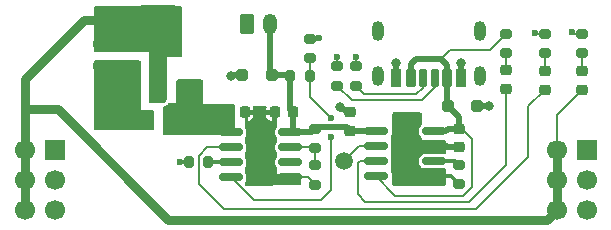
<source format=gtl>
G04 #@! TF.GenerationSoftware,KiCad,Pcbnew,9.0.1*
G04 #@! TF.CreationDate,2025-05-19T19:02:10+12:00*
G04 #@! TF.ProjectId,breadbat,62726561-6462-4617-942e-6b696361645f,v1.0.0*
G04 #@! TF.SameCoordinates,Original*
G04 #@! TF.FileFunction,Copper,L1,Top*
G04 #@! TF.FilePolarity,Positive*
%FSLAX46Y46*%
G04 Gerber Fmt 4.6, Leading zero omitted, Abs format (unit mm)*
G04 Created by KiCad (PCBNEW 9.0.1) date 2025-05-19 19:02:10*
%MOMM*%
%LPD*%
G01*
G04 APERTURE LIST*
G04 Aperture macros list*
%AMRoundRect*
0 Rectangle with rounded corners*
0 $1 Rounding radius*
0 $2 $3 $4 $5 $6 $7 $8 $9 X,Y pos of 4 corners*
0 Add a 4 corners polygon primitive as box body*
4,1,4,$2,$3,$4,$5,$6,$7,$8,$9,$2,$3,0*
0 Add four circle primitives for the rounded corners*
1,1,$1+$1,$2,$3*
1,1,$1+$1,$4,$5*
1,1,$1+$1,$6,$7*
1,1,$1+$1,$8,$9*
0 Add four rect primitives between the rounded corners*
20,1,$1+$1,$2,$3,$4,$5,0*
20,1,$1+$1,$4,$5,$6,$7,0*
20,1,$1+$1,$6,$7,$8,$9,0*
20,1,$1+$1,$8,$9,$2,$3,0*%
G04 Aperture macros list end*
G04 #@! TA.AperFunction,SMDPad,CuDef*
%ADD10RoundRect,0.225000X-0.250000X0.225000X-0.250000X-0.225000X0.250000X-0.225000X0.250000X0.225000X0*%
G04 #@! TD*
G04 #@! TA.AperFunction,SMDPad,CuDef*
%ADD11C,1.500000*%
G04 #@! TD*
G04 #@! TA.AperFunction,SMDPad,CuDef*
%ADD12RoundRect,0.375000X0.375000X-0.625000X0.375000X0.625000X-0.375000X0.625000X-0.375000X-0.625000X0*%
G04 #@! TD*
G04 #@! TA.AperFunction,SMDPad,CuDef*
%ADD13RoundRect,0.500000X1.400000X-0.500000X1.400000X0.500000X-1.400000X0.500000X-1.400000X-0.500000X0*%
G04 #@! TD*
G04 #@! TA.AperFunction,SMDPad,CuDef*
%ADD14RoundRect,0.200000X-0.275000X0.200000X-0.275000X-0.200000X0.275000X-0.200000X0.275000X0.200000X0*%
G04 #@! TD*
G04 #@! TA.AperFunction,SMDPad,CuDef*
%ADD15RoundRect,0.150000X0.825000X0.150000X-0.825000X0.150000X-0.825000X-0.150000X0.825000X-0.150000X0*%
G04 #@! TD*
G04 #@! TA.AperFunction,HeatsinkPad*
%ADD16C,0.500000*%
G04 #@! TD*
G04 #@! TA.AperFunction,HeatsinkPad*
%ADD17R,2.410000X3.300000*%
G04 #@! TD*
G04 #@! TA.AperFunction,SMDPad,CuDef*
%ADD18RoundRect,0.250000X0.250000X0.475000X-0.250000X0.475000X-0.250000X-0.475000X0.250000X-0.475000X0*%
G04 #@! TD*
G04 #@! TA.AperFunction,SMDPad,CuDef*
%ADD19RoundRect,0.200000X0.200000X0.275000X-0.200000X0.275000X-0.200000X-0.275000X0.200000X-0.275000X0*%
G04 #@! TD*
G04 #@! TA.AperFunction,ComponentPad*
%ADD20O,1.200000X1.750000*%
G04 #@! TD*
G04 #@! TA.AperFunction,ComponentPad*
%ADD21RoundRect,0.250000X-0.350000X-0.625000X0.350000X-0.625000X0.350000X0.625000X-0.350000X0.625000X0*%
G04 #@! TD*
G04 #@! TA.AperFunction,SMDPad,CuDef*
%ADD22RoundRect,0.250000X0.250000X0.250000X-0.250000X0.250000X-0.250000X-0.250000X0.250000X-0.250000X0*%
G04 #@! TD*
G04 #@! TA.AperFunction,SMDPad,CuDef*
%ADD23RoundRect,0.218750X0.256250X-0.218750X0.256250X0.218750X-0.256250X0.218750X-0.256250X-0.218750X0*%
G04 #@! TD*
G04 #@! TA.AperFunction,SMDPad,CuDef*
%ADD24RoundRect,0.250000X-0.250000X-0.250000X0.250000X-0.250000X0.250000X0.250000X-0.250000X0.250000X0*%
G04 #@! TD*
G04 #@! TA.AperFunction,SMDPad,CuDef*
%ADD25RoundRect,0.218750X-0.256250X0.218750X-0.256250X-0.218750X0.256250X-0.218750X0.256250X0.218750X0*%
G04 #@! TD*
G04 #@! TA.AperFunction,SMDPad,CuDef*
%ADD26RoundRect,0.200000X0.275000X-0.200000X0.275000X0.200000X-0.275000X0.200000X-0.275000X-0.200000X0*%
G04 #@! TD*
G04 #@! TA.AperFunction,SMDPad,CuDef*
%ADD27RoundRect,0.225000X0.250000X-0.225000X0.250000X0.225000X-0.250000X0.225000X-0.250000X-0.225000X0*%
G04 #@! TD*
G04 #@! TA.AperFunction,SMDPad,CuDef*
%ADD28RoundRect,0.225000X0.225000X0.250000X-0.225000X0.250000X-0.225000X-0.250000X0.225000X-0.250000X0*%
G04 #@! TD*
G04 #@! TA.AperFunction,SMDPad,CuDef*
%ADD29RoundRect,0.250000X-0.475000X0.250000X-0.475000X-0.250000X0.475000X-0.250000X0.475000X0.250000X0*%
G04 #@! TD*
G04 #@! TA.AperFunction,SMDPad,CuDef*
%ADD30RoundRect,0.175000X0.175000X0.625000X-0.175000X0.625000X-0.175000X-0.625000X0.175000X-0.625000X0*%
G04 #@! TD*
G04 #@! TA.AperFunction,SMDPad,CuDef*
%ADD31RoundRect,0.200000X0.200000X0.600000X-0.200000X0.600000X-0.200000X-0.600000X0.200000X-0.600000X0*%
G04 #@! TD*
G04 #@! TA.AperFunction,SMDPad,CuDef*
%ADD32RoundRect,0.225000X0.225000X0.575000X-0.225000X0.575000X-0.225000X-0.575000X0.225000X-0.575000X0*%
G04 #@! TD*
G04 #@! TA.AperFunction,HeatsinkPad*
%ADD33O,1.000000X1.700000*%
G04 #@! TD*
G04 #@! TA.AperFunction,SMDPad,CuDef*
%ADD34RoundRect,0.225000X-0.225000X-0.250000X0.225000X-0.250000X0.225000X0.250000X-0.225000X0.250000X0*%
G04 #@! TD*
G04 #@! TA.AperFunction,ComponentPad*
%ADD35R,1.700000X1.700000*%
G04 #@! TD*
G04 #@! TA.AperFunction,ComponentPad*
%ADD36C,1.700000*%
G04 #@! TD*
G04 #@! TA.AperFunction,ViaPad*
%ADD37C,0.800000*%
G04 #@! TD*
G04 #@! TA.AperFunction,ViaPad*
%ADD38C,0.600000*%
G04 #@! TD*
G04 #@! TA.AperFunction,Conductor*
%ADD39C,0.500000*%
G04 #@! TD*
G04 #@! TA.AperFunction,Conductor*
%ADD40C,0.150000*%
G04 #@! TD*
G04 #@! TA.AperFunction,Conductor*
%ADD41C,0.300000*%
G04 #@! TD*
G04 #@! TA.AperFunction,Conductor*
%ADD42C,0.200000*%
G04 #@! TD*
G04 #@! TA.AperFunction,Conductor*
%ADD43C,0.400000*%
G04 #@! TD*
G04 #@! TA.AperFunction,Conductor*
%ADD44C,0.800000*%
G04 #@! TD*
G04 APERTURE END LIST*
D10*
X117107500Y-67432500D03*
X117107500Y-68982500D03*
D11*
X107377500Y-70187500D03*
D12*
X89307500Y-64257500D03*
X91607500Y-64257500D03*
D13*
X91607500Y-57957500D03*
D12*
X93907500Y-64257500D03*
D14*
X104947500Y-67417500D03*
X104947500Y-69067500D03*
D15*
X102802500Y-71542500D03*
X102802500Y-70272500D03*
X102802500Y-69002500D03*
X102802500Y-67732500D03*
X97852500Y-67732500D03*
X97852500Y-69002500D03*
X97852500Y-70272500D03*
X97852500Y-71542500D03*
D16*
X101027500Y-70837500D03*
X101027500Y-69637500D03*
X101027500Y-68437500D03*
D17*
X100327500Y-69637500D03*
D16*
X99627500Y-70837500D03*
X99627500Y-69637500D03*
X99627500Y-68437500D03*
D14*
X117107500Y-70482500D03*
X117107500Y-72132500D03*
D18*
X92587500Y-66617500D03*
X90687500Y-66617500D03*
D19*
X104492500Y-62917500D03*
X102842500Y-62917500D03*
D20*
X101147500Y-58567500D03*
D21*
X99147500Y-58567500D03*
D14*
X104947500Y-70517500D03*
X104947500Y-72167500D03*
D22*
X101257500Y-62907500D03*
X98757500Y-62907500D03*
D19*
X95872500Y-70242500D03*
X94222500Y-70242500D03*
D23*
X121117500Y-64040000D03*
X121117500Y-62465000D03*
D24*
X116157500Y-65507500D03*
X118657500Y-65507500D03*
D25*
X127517500Y-62525000D03*
X127517500Y-64100000D03*
D26*
X104477500Y-61432500D03*
X104477500Y-59782500D03*
D27*
X107887500Y-67572500D03*
X107887500Y-66022500D03*
D26*
X108367500Y-63772500D03*
X108367500Y-62122500D03*
D14*
X124377500Y-59387500D03*
X124377500Y-61037500D03*
D28*
X103052500Y-66042500D03*
X101502500Y-66042500D03*
D23*
X124377500Y-64100000D03*
X124377500Y-62525000D03*
D29*
X86927500Y-60207500D03*
X86927500Y-62107500D03*
D30*
X115047500Y-63117500D03*
D31*
X113027500Y-63117500D03*
D32*
X111797500Y-63117500D03*
D30*
X114047500Y-63117500D03*
D31*
X116067500Y-63117500D03*
D32*
X117297500Y-63117500D03*
D33*
X118867500Y-62937500D03*
X118867500Y-59137500D03*
X110227500Y-62937500D03*
X110227500Y-59137500D03*
D26*
X127517500Y-61037500D03*
X127517500Y-59387500D03*
D34*
X97427500Y-66042500D03*
X98977500Y-66042500D03*
D15*
X115032500Y-71432500D03*
X115032500Y-70162500D03*
X115032500Y-68892500D03*
X115032500Y-67622500D03*
X110082500Y-67622500D03*
X110082500Y-68892500D03*
X110082500Y-70162500D03*
X110082500Y-71432500D03*
D16*
X113257500Y-70727500D03*
X113257500Y-69527500D03*
X113257500Y-68327500D03*
D17*
X112557500Y-69527500D03*
D16*
X111857500Y-70727500D03*
X111857500Y-69527500D03*
X111857500Y-68327500D03*
D14*
X121117500Y-59377500D03*
X121117500Y-61027500D03*
D26*
X106787500Y-63772500D03*
X106787500Y-62122500D03*
D35*
X82877500Y-69237500D03*
D36*
X80337500Y-69237500D03*
X82877500Y-71777500D03*
X80337500Y-71777500D03*
X82877500Y-74317500D03*
X80337500Y-74317500D03*
D35*
X127937500Y-69237500D03*
D36*
X125397500Y-69237500D03*
X127937500Y-71777500D03*
X125397500Y-71777500D03*
X127937500Y-74317500D03*
X125397500Y-74317500D03*
D37*
X88777500Y-66527500D03*
X113127500Y-67227500D03*
D38*
X111977500Y-71727500D03*
X111977500Y-66377500D03*
X108377500Y-61327500D03*
X112727500Y-71727500D03*
D37*
X111977500Y-67227500D03*
X111797500Y-61837500D03*
X100237500Y-66037500D03*
D38*
X123577500Y-59327500D03*
X93477500Y-70227500D03*
D37*
X101007500Y-71737500D03*
X99727500Y-71747500D03*
D38*
X101077500Y-67427500D03*
X100277500Y-67427500D03*
X105277500Y-59727500D03*
D37*
X87377500Y-63527500D03*
D38*
X113477500Y-71727500D03*
X113127500Y-66377500D03*
D37*
X119627500Y-65477500D03*
X107057500Y-65537500D03*
X87377500Y-64927500D03*
X97777500Y-62927500D03*
X87377500Y-66527500D03*
D38*
X106777500Y-61327500D03*
X99527500Y-67427500D03*
D37*
X117297500Y-61827500D03*
D38*
X126677500Y-59227500D03*
X106277500Y-68077500D03*
X106287500Y-66537500D03*
D39*
X102842500Y-65832500D02*
X103052500Y-66042500D01*
X101147500Y-58567500D02*
X101147500Y-62797500D01*
X105077500Y-67287500D02*
X104947500Y-67417500D01*
X102802500Y-67732500D02*
X104632500Y-67732500D01*
X101257500Y-62907500D02*
X102832500Y-62907500D01*
X104632500Y-67732500D02*
X104947500Y-67417500D01*
X103052500Y-67482500D02*
X102802500Y-67732500D01*
X110082500Y-67622500D02*
X107937500Y-67622500D01*
X107887500Y-67572500D02*
X107602500Y-67287500D01*
X101147500Y-62797500D02*
X101257500Y-62907500D01*
X107937500Y-67622500D02*
X107887500Y-67572500D01*
X102842500Y-62917500D02*
X102842500Y-65832500D01*
X107602500Y-67287500D02*
X105077500Y-67287500D01*
X103052500Y-66042500D02*
X103052500Y-67482500D01*
X102832500Y-62907500D02*
X102842500Y-62917500D01*
X117297500Y-63117500D02*
X117297500Y-61827500D01*
D40*
X105222500Y-59782500D02*
X105277500Y-59727500D01*
D41*
X116407500Y-71432500D02*
X117107500Y-72132500D01*
D40*
X106787500Y-61337500D02*
X106777500Y-61327500D01*
D39*
X119597500Y-65507500D02*
X119627500Y-65477500D01*
X116172500Y-68982500D02*
X117107500Y-68982500D01*
X115032500Y-68892500D02*
X116052500Y-68892500D01*
D40*
X108367500Y-61337500D02*
X108377500Y-61327500D01*
D39*
X111797500Y-63117500D02*
X111797500Y-61837500D01*
X116052500Y-68892500D02*
X116157500Y-68997500D01*
D40*
X106787500Y-62122500D02*
X106787500Y-61337500D01*
X108367500Y-62122500D02*
X108367500Y-61337500D01*
D42*
X102802500Y-71542500D02*
X104322500Y-71542500D01*
X127517500Y-59387500D02*
X126837500Y-59387500D01*
D39*
X116157500Y-68997500D02*
X116172500Y-68982500D01*
D41*
X94222500Y-70242500D02*
X93492500Y-70242500D01*
D42*
X124377500Y-59387500D02*
X123637500Y-59387500D01*
X126837500Y-59387500D02*
X126677500Y-59227500D01*
X104322500Y-71542500D02*
X104947500Y-72167500D01*
D39*
X118657500Y-65507500D02*
X119597500Y-65507500D01*
D43*
X107887500Y-66022500D02*
X107542500Y-66022500D01*
D42*
X123637500Y-59387500D02*
X123577500Y-59327500D01*
D41*
X115032500Y-71432500D02*
X116407500Y-71432500D01*
D39*
X98757500Y-62907500D02*
X97797500Y-62907500D01*
D40*
X104477500Y-59782500D02*
X105222500Y-59782500D01*
D39*
X97797500Y-62907500D02*
X97777500Y-62927500D01*
D43*
X107542500Y-66022500D02*
X107057500Y-65537500D01*
D41*
X93492500Y-70242500D02*
X93477500Y-70227500D01*
D44*
X80337500Y-74317500D02*
X80337500Y-65777500D01*
X80337500Y-63217500D02*
X84527500Y-59027500D01*
X84527500Y-59027500D02*
X85327500Y-58227500D01*
D42*
X125397500Y-69237500D02*
X125397500Y-66220000D01*
D44*
X92477500Y-75127500D02*
X124587500Y-75127500D01*
D42*
X125397500Y-66220000D02*
X127517500Y-64100000D01*
D44*
X85327500Y-58227500D02*
X87277500Y-58227500D01*
X83127500Y-65777500D02*
X92477500Y-75127500D01*
X124587500Y-75127500D02*
X125397500Y-74317500D01*
X125397500Y-74317500D02*
X125397500Y-69237500D01*
X80337500Y-65777500D02*
X83127500Y-65777500D01*
X80337500Y-65777500D02*
X80337500Y-63217500D01*
D42*
X127517500Y-61037500D02*
X127517500Y-62525000D01*
X116357500Y-60727500D02*
X119767500Y-60727500D01*
X118177500Y-72367500D02*
X118177500Y-68257500D01*
D39*
X116157500Y-65507500D02*
X117107500Y-66457500D01*
X116067500Y-63117500D02*
X116067500Y-65417500D01*
X113027500Y-63117500D02*
X113027500Y-61917500D01*
D42*
X117457500Y-73087500D02*
X118177500Y-72367500D01*
D39*
X113437500Y-61507500D02*
X115577500Y-61507500D01*
X115032500Y-67622500D02*
X116022500Y-67622500D01*
X117107500Y-66457500D02*
X117107500Y-67432500D01*
X113027500Y-61917500D02*
X113437500Y-61507500D01*
X116022500Y-67622500D02*
X116212500Y-67432500D01*
X115577500Y-61507500D02*
X116067500Y-61997500D01*
X116212500Y-67432500D02*
X117107500Y-67432500D01*
X116067500Y-65417500D02*
X116157500Y-65507500D01*
D42*
X117352500Y-67432500D02*
X117107500Y-67432500D01*
X110082500Y-71432500D02*
X111737500Y-73087500D01*
X119767500Y-60727500D02*
X121117500Y-59377500D01*
X111737500Y-73087500D02*
X117457500Y-73087500D01*
X115577500Y-61507500D02*
X116357500Y-60727500D01*
D39*
X116067500Y-61997500D02*
X116067500Y-63117500D01*
D42*
X118177500Y-68257500D02*
X117352500Y-67432500D01*
X124377500Y-61037500D02*
X124377500Y-62525000D01*
X122977500Y-69827500D02*
X118577500Y-74227500D01*
X97177500Y-74227500D02*
X95077500Y-72127500D01*
X122977500Y-65500000D02*
X122977500Y-69827500D01*
X118577500Y-74227500D02*
X97177500Y-74227500D01*
X95077500Y-69727500D02*
X95802500Y-69002500D01*
X95802500Y-69002500D02*
X97852500Y-69002500D01*
X95077500Y-72127500D02*
X95077500Y-69727500D01*
X124377500Y-64100000D02*
X122977500Y-65500000D01*
X121117500Y-62465000D02*
X121117500Y-61027500D01*
X121117500Y-70487500D02*
X121117500Y-64040000D01*
X108527500Y-70357500D02*
X108527500Y-72977500D01*
X108722500Y-70162500D02*
X108527500Y-70357500D01*
X109177500Y-73627500D02*
X117977500Y-73627500D01*
X108527500Y-72977500D02*
X109177500Y-73627500D01*
X117977500Y-73627500D02*
X121117500Y-70487500D01*
X110082500Y-70162500D02*
X108722500Y-70162500D01*
D40*
X115047500Y-63117500D02*
X115047500Y-63917500D01*
X108022500Y-65007500D02*
X106787500Y-63772500D01*
X113957500Y-65007500D02*
X108022500Y-65007500D01*
X115047500Y-63917500D02*
X113957500Y-65007500D01*
X114047500Y-63967500D02*
X114047500Y-63117500D01*
X109102500Y-64507500D02*
X113507500Y-64507500D01*
X113507500Y-64507500D02*
X114047500Y-63967500D01*
X108367500Y-63772500D02*
X109102500Y-64507500D01*
X105427500Y-73417500D02*
X99727500Y-73417500D01*
X104492500Y-62917500D02*
X104492500Y-61447500D01*
X99727500Y-73417500D02*
X97852500Y-71542500D01*
X104492500Y-61447500D02*
X104477500Y-61432500D01*
X104492500Y-64742500D02*
X104492500Y-62917500D01*
X106277500Y-68077500D02*
X106277500Y-72567500D01*
X106277500Y-72567500D02*
X105427500Y-73417500D01*
X106287500Y-66537500D02*
X104492500Y-64742500D01*
D41*
X95902500Y-70272500D02*
X95872500Y-70242500D01*
X97852500Y-70272500D02*
X95902500Y-70272500D01*
X115032500Y-70162500D02*
X116787500Y-70162500D01*
X116787500Y-70162500D02*
X117107500Y-70482500D01*
D42*
X104947500Y-69067500D02*
X104947500Y-70517500D01*
X102802500Y-69002500D02*
X104882500Y-69002500D01*
X104882500Y-69002500D02*
X104947500Y-69067500D01*
X108672500Y-68892500D02*
X107377500Y-70187500D01*
X110082500Y-68892500D02*
X108672500Y-68892500D01*
G04 #@! TA.AperFunction,Conductor*
G36*
X95294057Y-63249330D02*
G01*
X95361007Y-63269315D01*
X95406524Y-63322324D01*
X95417500Y-63373329D01*
X95417500Y-65347499D01*
X95417500Y-65347500D01*
X98024408Y-65366598D01*
X98091302Y-65386773D01*
X98136669Y-65439911D01*
X98147500Y-65490595D01*
X98147500Y-67804491D01*
X98127815Y-67871530D01*
X98075011Y-67917285D01*
X98023601Y-67928491D01*
X92138111Y-67933284D01*
X92071056Y-67913654D01*
X92025258Y-67860887D01*
X92014062Y-67805698D01*
X92014097Y-67804491D01*
X92078005Y-65595643D01*
X92099620Y-65529204D01*
X92153725Y-65484995D01*
X92167342Y-65480161D01*
X92232890Y-65461118D01*
X92368920Y-65380670D01*
X92445772Y-65303817D01*
X92507093Y-65270334D01*
X92533452Y-65267500D01*
X93187500Y-65267500D01*
X93187500Y-63364441D01*
X93207185Y-63297402D01*
X93259989Y-63251647D01*
X93312053Y-63240442D01*
X95294057Y-63249330D01*
G37*
G04 #@! TD.AperFunction*
G04 #@! TA.AperFunction,Conductor*
G36*
X100709343Y-65480175D02*
G01*
X100776234Y-65500350D01*
X100821601Y-65553487D01*
X100831038Y-65622717D01*
X100824615Y-65647505D01*
X100808583Y-65690487D01*
X100802500Y-65747071D01*
X100802500Y-65792500D01*
X101378500Y-65792500D01*
X101445539Y-65812185D01*
X101491294Y-65864989D01*
X101502500Y-65916500D01*
X101502500Y-66042500D01*
X101628500Y-66042500D01*
X101695539Y-66062185D01*
X101710041Y-66078921D01*
X101710041Y-66861514D01*
X98956161Y-66871492D01*
X98957742Y-66767499D01*
X99227500Y-66767499D01*
X99247933Y-66767499D01*
X99247939Y-66767498D01*
X99304507Y-66761418D01*
X99432481Y-66713686D01*
X99432484Y-66713684D01*
X99541829Y-66631829D01*
X99623684Y-66522484D01*
X99623685Y-66522483D01*
X99671416Y-66394510D01*
X99677498Y-66337939D01*
X100802501Y-66337939D01*
X100808581Y-66394507D01*
X100856313Y-66522481D01*
X100856315Y-66522484D01*
X100938170Y-66631829D01*
X101047515Y-66713684D01*
X101047516Y-66713685D01*
X101175491Y-66761417D01*
X101175495Y-66761418D01*
X101232054Y-66767499D01*
X101252500Y-66767498D01*
X101252500Y-66292500D01*
X100802501Y-66292500D01*
X100802501Y-66337939D01*
X99677498Y-66337939D01*
X99677499Y-66337928D01*
X99677500Y-66337927D01*
X99677500Y-66292500D01*
X99227500Y-66292500D01*
X99227500Y-66767499D01*
X98957742Y-66767499D01*
X98968761Y-66042500D01*
X98977500Y-66042500D01*
X98977500Y-65916500D01*
X98997185Y-65849461D01*
X99049989Y-65803706D01*
X99101500Y-65792500D01*
X99677499Y-65792500D01*
X99677499Y-65747066D01*
X99677498Y-65747060D01*
X99671417Y-65690492D01*
X99652820Y-65640631D01*
X99647834Y-65570940D01*
X99681319Y-65509616D01*
X99742641Y-65476130D01*
X99769901Y-65473299D01*
X100709343Y-65480175D01*
G37*
G04 #@! TD.AperFunction*
G04 #@! TA.AperFunction,Conductor*
G36*
X93620539Y-57047185D02*
G01*
X93666294Y-57099989D01*
X93677500Y-57151500D01*
X93677500Y-61203500D01*
X93657815Y-61270539D01*
X93605011Y-61316294D01*
X93553500Y-61327500D01*
X92377500Y-61327500D01*
X92358853Y-64991532D01*
X92348981Y-65024530D01*
X92339375Y-65057621D01*
X92338942Y-65058086D01*
X92338828Y-65058470D01*
X92316344Y-65084365D01*
X92312851Y-65087409D01*
X92265105Y-65123152D01*
X92219160Y-65169096D01*
X92215961Y-65171886D01*
X92212853Y-65173316D01*
X92197593Y-65185154D01*
X92144094Y-65216793D01*
X92115572Y-65229136D01*
X92096074Y-65234801D01*
X92081850Y-65239388D01*
X92068259Y-65244212D01*
X92063546Y-65246358D01*
X92012173Y-65257500D01*
X90981500Y-65257500D01*
X90914461Y-65237815D01*
X90868706Y-65185011D01*
X90857500Y-65133500D01*
X90857500Y-60927500D01*
X86326500Y-60927500D01*
X86259461Y-60907815D01*
X86213706Y-60855011D01*
X86202500Y-60803500D01*
X86202500Y-57151500D01*
X86222185Y-57084461D01*
X86274989Y-57038706D01*
X86326500Y-57027500D01*
X93553500Y-57027500D01*
X93620539Y-57047185D01*
G37*
G04 #@! TD.AperFunction*
G04 #@! TA.AperFunction,Conductor*
G36*
X90054124Y-61626879D02*
G01*
X90121063Y-61646900D01*
X90166552Y-61699934D01*
X90177500Y-61750877D01*
X90177500Y-65827500D01*
X91153500Y-65827500D01*
X91220539Y-65847185D01*
X91266294Y-65899989D01*
X91277500Y-65951500D01*
X91277500Y-67403500D01*
X91257815Y-67470539D01*
X91205011Y-67516294D01*
X91153500Y-67527500D01*
X86326500Y-67527500D01*
X86259461Y-67507815D01*
X86213706Y-67455011D01*
X86202500Y-67403500D01*
X86202500Y-61732125D01*
X86222185Y-61665086D01*
X86274989Y-61619331D01*
X86327123Y-61608127D01*
X90054124Y-61626879D01*
G37*
G04 #@! TD.AperFunction*
G04 #@! TA.AperFunction,Conductor*
G36*
X113920539Y-66047185D02*
G01*
X113966294Y-66099989D01*
X113977500Y-66151500D01*
X113977500Y-67019741D01*
X113957815Y-67086780D01*
X113927135Y-67119510D01*
X113885354Y-67150346D01*
X113885350Y-67150350D01*
X113804707Y-67259617D01*
X113804706Y-67259619D01*
X113759853Y-67387798D01*
X113759853Y-67387800D01*
X113757000Y-67418230D01*
X113757000Y-67826769D01*
X113759853Y-67857199D01*
X113759853Y-67857201D01*
X113804706Y-67985380D01*
X113804707Y-67985382D01*
X113885350Y-68094650D01*
X113927134Y-68125488D01*
X113969384Y-68181134D01*
X113977500Y-68225257D01*
X113977500Y-68392500D01*
X115883097Y-68392500D01*
X115950136Y-68412185D01*
X115995891Y-68464989D01*
X116007095Y-68515845D01*
X116011964Y-69437345D01*
X115992634Y-69504487D01*
X115940073Y-69550521D01*
X115887966Y-69562000D01*
X114153230Y-69562000D01*
X114122800Y-69564853D01*
X114122798Y-69564853D01*
X113994619Y-69609706D01*
X113994617Y-69609707D01*
X113885350Y-69690350D01*
X113804707Y-69799617D01*
X113804706Y-69799619D01*
X113759853Y-69927798D01*
X113759853Y-69927800D01*
X113757000Y-69958230D01*
X113757000Y-70366769D01*
X113759853Y-70397199D01*
X113759853Y-70397201D01*
X113804706Y-70525380D01*
X113804707Y-70525382D01*
X113885350Y-70634650D01*
X113994618Y-70715293D01*
X114037345Y-70730244D01*
X114122799Y-70760146D01*
X114153230Y-70763000D01*
X115895623Y-70763000D01*
X115962662Y-70782685D01*
X116008417Y-70835489D01*
X116019621Y-70886345D01*
X116026049Y-72102845D01*
X116006719Y-72169987D01*
X115954158Y-72216021D01*
X115902051Y-72227500D01*
X111553661Y-72227500D01*
X111486622Y-72207815D01*
X111440867Y-72155011D01*
X111429666Y-72102528D01*
X111476531Y-66150522D01*
X111496743Y-66083641D01*
X111549905Y-66038304D01*
X111600527Y-66027500D01*
X113853500Y-66027500D01*
X113920539Y-66047185D01*
G37*
G04 #@! TD.AperFunction*
G04 #@! TA.AperFunction,Conductor*
G36*
X101710041Y-66861619D02*
G01*
X101710669Y-67231365D01*
X101691098Y-67298437D01*
X101674353Y-67319253D01*
X101649451Y-67344155D01*
X101591852Y-67457198D01*
X101577000Y-67550975D01*
X101577000Y-67914017D01*
X101587792Y-67982157D01*
X101591854Y-68007804D01*
X101649450Y-68120842D01*
X101676057Y-68147449D01*
X101709542Y-68208770D01*
X101712376Y-68234919D01*
X101712825Y-68499208D01*
X101693254Y-68566281D01*
X101676509Y-68587098D01*
X101649450Y-68614157D01*
X101591852Y-68727198D01*
X101577000Y-68820975D01*
X101577000Y-69184017D01*
X101582337Y-69217712D01*
X101591854Y-69277804D01*
X101649450Y-69390842D01*
X101649452Y-69390844D01*
X101649453Y-69390846D01*
X101678220Y-69419612D01*
X101711706Y-69480934D01*
X101714540Y-69507084D01*
X101714981Y-69767053D01*
X101695410Y-69834125D01*
X101678665Y-69854942D01*
X101649450Y-69884157D01*
X101591852Y-69997198D01*
X101577000Y-70090975D01*
X101577000Y-70454017D01*
X101587792Y-70522157D01*
X101591854Y-70547804D01*
X101649450Y-70660842D01*
X101649452Y-70660844D01*
X101649453Y-70660846D01*
X101680383Y-70691775D01*
X101713869Y-70753097D01*
X101716703Y-70779246D01*
X101717500Y-71247499D01*
X101717500Y-71247500D01*
X103653201Y-71242801D01*
X103720286Y-71262323D01*
X103766169Y-71315016D01*
X103777500Y-71366801D01*
X103777500Y-72085298D01*
X103757815Y-72152337D01*
X103705011Y-72198092D01*
X103655312Y-72209285D01*
X99112584Y-72275671D01*
X99103331Y-72273100D01*
X99093836Y-72274522D01*
X99070216Y-72263900D01*
X99045264Y-72256968D01*
X99038871Y-72249804D01*
X99030113Y-72245866D01*
X99015985Y-72224159D01*
X98998742Y-72204838D01*
X98996221Y-72193794D01*
X98991999Y-72187307D01*
X98986774Y-72152407D01*
X98985885Y-71998918D01*
X99002714Y-71940350D01*
X99001119Y-71939538D01*
X99005550Y-71930842D01*
X99063146Y-71817804D01*
X99063146Y-71817802D01*
X99063147Y-71817801D01*
X99077999Y-71724024D01*
X99078000Y-71724019D01*
X99077999Y-71360982D01*
X99063146Y-71267196D01*
X99005550Y-71154158D01*
X99005549Y-71154157D01*
X99005548Y-71154155D01*
X99004237Y-71152351D01*
X99003322Y-71149787D01*
X99001119Y-71145463D01*
X99001677Y-71145178D01*
X98980758Y-71086544D01*
X98980559Y-71080228D01*
X98978581Y-70738969D01*
X98997876Y-70671820D01*
X99002266Y-70665360D01*
X99005543Y-70660848D01*
X99005550Y-70660842D01*
X99063146Y-70547804D01*
X99063146Y-70547802D01*
X99063147Y-70547801D01*
X99077999Y-70454024D01*
X99078000Y-70454019D01*
X99077999Y-70090982D01*
X99063146Y-69997196D01*
X99005550Y-69884158D01*
X99005545Y-69884153D01*
X98999811Y-69876259D01*
X99002103Y-69874593D01*
X98975975Y-69826744D01*
X98973144Y-69801116D01*
X98971266Y-69477207D01*
X98990562Y-69410056D01*
X99001596Y-69396283D01*
X99005546Y-69390845D01*
X99005550Y-69390842D01*
X99063146Y-69277804D01*
X99063146Y-69277802D01*
X99063147Y-69277801D01*
X99077999Y-69184024D01*
X99078000Y-69184019D01*
X99077999Y-68820982D01*
X99063146Y-68727196D01*
X99005550Y-68614158D01*
X99005546Y-68614154D01*
X99005545Y-68614152D01*
X99002055Y-68610662D01*
X98968570Y-68549339D01*
X98965739Y-68523709D01*
X98963946Y-68214525D01*
X98983242Y-68147375D01*
X99000257Y-68126134D01*
X99005550Y-68120842D01*
X99063146Y-68007804D01*
X99063146Y-68007802D01*
X99063147Y-68007801D01*
X99077999Y-67914024D01*
X99078000Y-67914019D01*
X99077999Y-67550982D01*
X99063146Y-67457196D01*
X99005550Y-67344158D01*
X98994650Y-67333258D01*
X98961166Y-67271938D01*
X98958333Y-67246303D01*
X98956168Y-66872745D01*
X98956173Y-66871491D01*
X101710041Y-66861514D01*
X101710041Y-66861619D01*
G37*
G04 #@! TD.AperFunction*
M02*

</source>
